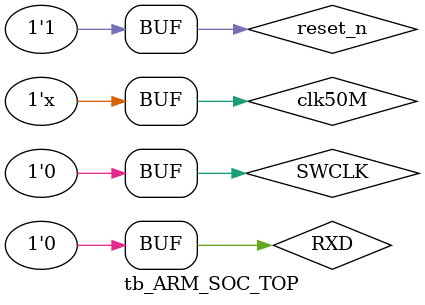
<source format=v>
`timescale 1ns / 1ns

module tb_ARM_SOC_TOP;

  // ARM_SOC_TOP Parameters
  parameter PERIOD = 10;
  parameter SimPresent = 1;

  // ARM_SOC_TOP Inputs
  reg         clk50M = 0;
  reg         reset_n = 0;
  reg         SWCLK = 0;
  reg         RXD = 0;

  // ARM_SOC_TOP Outputs
  wire        TXD;

  // ARM_SOC_TOP Bidirs
  wire        SWDIO;
  wire [15:0] EXP;

  always #10 clk50M = ~clk50M;

  initial begin
    #(PERIOD * 2) reset_n = 1;
  end

  ARM_SOC_TOP #(
      .SimPresent(SimPresent)
  ) u_ARM_SOC_TOP (
      .clk50M (clk50M),
      .reset_n(reset_n),
      .SWDIO  (SWDIO),
      .SWCLK  (SWCLK),
      .TXD    (TXD),
      .RXD    (RXD),
      .EXP    (EXP)
  );

  initial begin

  end

endmodule

</source>
